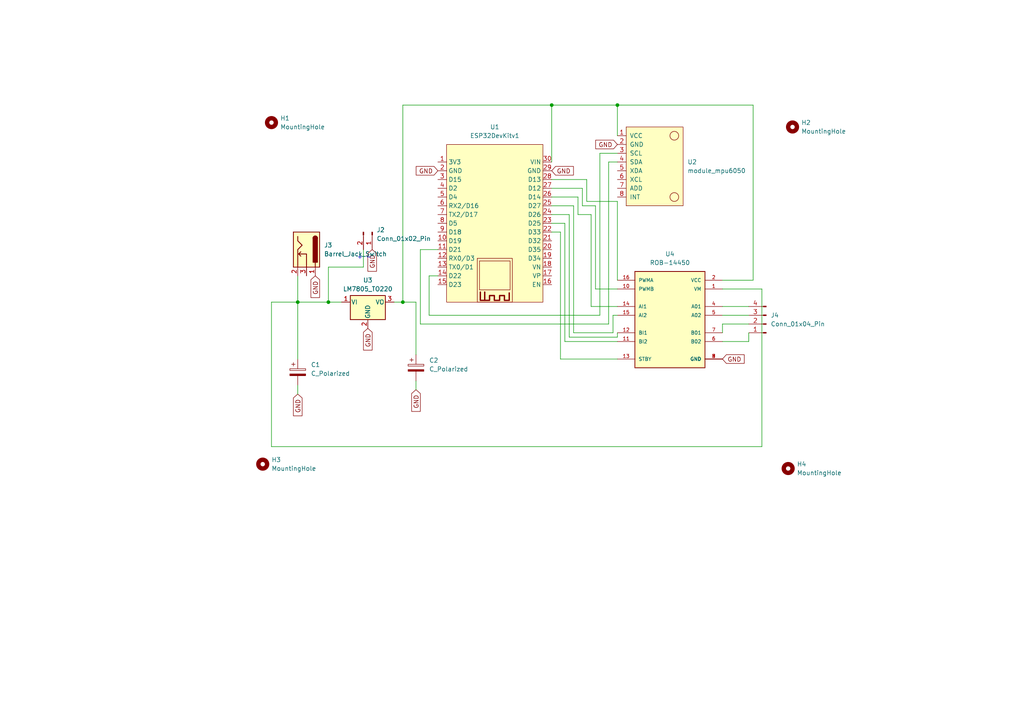
<source format=kicad_sch>
(kicad_sch (version 20250114) (generator "eeschema") (generator_version "9.0")
  (paper "A4")
  (lib_symbols
    (symbol "Connector:Barrel_Jack_Switch" (pin_names (hide yes))
      (property "Reference" "J" (at 0 5.334 0))
      (property "Value" "Barrel_Jack_Switch" (at 0 -5.08 0))
      (symbol "Barrel_Jack_Switch_0_1"
        (rectangle (start -5.08 3.81) (end 5.08 -3.81) (stroke (width 0.254)) (fill (type background)))
        (polyline (pts (xy -3.81 -2.54) (xy -2.54 -2.54) (xy -1.27 -1.27) (xy 0 -2.54) (xy 2.54 -2.54) (xy 5.08 -2.54)) (stroke (width 0.254)))
        (arc (start -3.302 1.905) (mid -3.9343 2.54) (end -3.302 3.175) (stroke (width 0.254)))
        (arc (start -3.302 1.905) (mid -3.9343 2.54) (end -3.302 3.175) (stroke (width 0.254)) (fill (type outline)))
        (polyline (pts (xy 1.27 -2.286) (xy 1.905 -1.651)) (stroke (width 0.254)))
        (rectangle (start 3.683 3.175) (end -3.302 1.905) (stroke (width 0.254)) (fill (type outline)))
        (polyline (pts (xy 5.08 2.54) (xy 3.81 2.54)) (stroke (width 0.254)))
        (polyline (pts (xy 5.08 0) (xy 1.27 0) (xy 1.27 -2.286) (xy 0.635 -1.651)) (stroke (width 0.254)))
      )
      (symbol "Barrel_Jack_Switch_1_1"
        (pin passive line (at 7.62 2.54 180) (length 2.54) (name "~") (number "1"))
        (pin passive line (at 7.62 0 180) (length 2.54) (name "~") (number "3"))
        (pin passive line (at 7.62 -2.54 180) (length 2.54) (name "~") (number "2"))
      )
    )
    (symbol "Connector:Conn_01x02_Pin" (pin_names (offset 1.016) (hide yes))
      (property "Reference" "J" (at 0 2.54 0))
      (property "Value" "Conn_01x02_Pin" (at 0 -5.08 0))
      (symbol "Conn_01x02_Pin_1_1"
        (rectangle (start 0.8636 0.127) (end 0 -0.127) (stroke (width 0.1524)) (fill (type outline)))
        (rectangle (start 0.8636 -2.413) (end 0 -2.667) (stroke (width 0.1524)) (fill (type outline)))
        (polyline (pts (xy 1.27 0) (xy 0.8636 0)) (stroke (width 0.1524)))
        (polyline (pts (xy 1.27 -2.54) (xy 0.8636 -2.54)) (stroke (width 0.1524)))
        (pin passive line (at 5.08 0 180) (length 3.81) (name "Pin_1") (number "1"))
        (pin passive line (at 5.08 -2.54 180) (length 3.81) (name "Pin_2") (number "2"))
      )
    )
    (symbol "Connector:Conn_01x04_Pin" (pin_names (offset 1.016) (hide yes))
      (property "Reference" "J" (at 0 5.08 0))
      (property "Value" "Conn_01x04_Pin" (at 0 -7.62 0))
      (symbol "Conn_01x04_Pin_1_1"
        (rectangle (start 0.8636 2.667) (end 0 2.413) (stroke (width 0.1524)) (fill (type outline)))
        (rectangle (start 0.8636 0.127) (end 0 -0.127) (stroke (width 0.1524)) (fill (type outline)))
        (rectangle (start 0.8636 -2.413) (end 0 -2.667) (stroke (width 0.1524)) (fill (type outline)))
        (rectangle (start 0.8636 -4.953) (end 0 -5.207) (stroke (width 0.1524)) (fill (type outline)))
        (polyline (pts (xy 1.27 2.54) (xy 0.8636 2.54)) (stroke (width 0.1524)))
        (polyline (pts (xy 1.27 0) (xy 0.8636 0)) (stroke (width 0.1524)))
        (polyline (pts (xy 1.27 -2.54) (xy 0.8636 -2.54)) (stroke (width 0.1524)))
        (polyline (pts (xy 1.27 -5.08) (xy 0.8636 -5.08)) (stroke (width 0.1524)))
        (pin passive line (at 5.08 2.54 180) (length 3.81) (name "Pin_1") (number "1"))
        (pin passive line (at 5.08 0 180) (length 3.81) (name "Pin_2") (number "2"))
        (pin passive line (at 5.08 -2.54 180) (length 3.81) (name "Pin_3") (number "3"))
        (pin passive line (at 5.08 -5.08 180) (length 3.81) (name "Pin_4") (number "4"))
      )
    )
    (symbol "Device:C_Polarized" (pin_numbers (hide yes)) (pin_names (offset 0.254))
      (property "Reference" "C" (at 0.635 2.54 0))
      (property "Value" "C_Polarized" (at 0.635 -2.54 0))
      (symbol "C_Polarized_0_1"
        (rectangle (start -2.286 0.508) (end 2.286 1.016))
        (polyline (pts (xy -1.778 2.286) (xy -0.762 2.286)))
        (polyline (pts (xy -1.27 2.794) (xy -1.27 1.778)))
        (rectangle (start 2.286 -0.508) (end -2.286 -1.016) (fill (type outline)))
      )
      (symbol "C_Polarized_1_1"
        (pin passive line (at 0 3.81 270) (length 2.794) (name "~") (number "1"))
        (pin passive line (at 0 -3.81 90) (length 2.794) (name "~") (number "2"))
      )
    )
    (symbol "MCE_Modulos:ESP32DevKitv1"
      (property "Reference" "U" (at -12.7 24.13 0))
      (property "Value" "ESP32DevKitv1" (at 0 -24.13 0))
      (symbol "ESP32DevKitv1_0_1"
        (polyline (pts (xy -5.08 -10.16) (xy 5.08 -10.16) (xy 5.08 -22.86) (xy -5.08 -22.86) (xy -5.08 -10.16)))
        (polyline (pts (xy -4.445 -10.922) (xy 4.445 -10.922) (xy 4.445 -19.304) (xy -4.445 -19.304) (xy -4.445 -10.922)))
      )
      (symbol "ESP32DevKitv1_1_1"
        (rectangle (start -13.97 22.86) (end 13.97 -22.86) (fill (type background)))
        (polyline (pts (xy -4.191 -19.939) (xy -4.191 -22.352) (xy -1.524 -22.352) (xy -1.524 -20.955) (xy -0.127 -20.955) (xy -0.127 -22.352) (xy 1.397 -22.352) (xy 1.397 -20.955) (xy 2.794 -20.955) (xy 2.794 -22.352) (xy 4.191 -22.352) (xy 4.191 -20.193)) (stroke (width 0.4)))
        (polyline (pts (xy -2.921 -19.939) (xy -2.921 -22.352)) (stroke (width 0.4)))
        (pin power_in line (at -16.51 17.78 0) (length 2.54) (name "3V3") (number "1"))
        (pin power_in line (at -16.51 15.24 0) (length 2.54) (name "GND") (number "2"))
        (pin bidirectional line (at -16.51 12.7 0) (length 2.54) (name "D15") (number "3"))
        (pin bidirectional line (at -16.51 10.16 0) (length 2.54) (name "D2") (number "4"))
        (pin bidirectional line (at -16.51 7.62 0) (length 2.54) (name "D4") (number "5"))
        (pin bidirectional line (at -16.51 5.08 0) (length 2.54) (name "RX2/D16") (number "6"))
        (pin bidirectional line (at -16.51 2.54 0) (length 2.54) (name "TX2/D17") (number "7"))
        (pin bidirectional line (at -16.51 0 0) (length 2.54) (name "D5") (number "8"))
        (pin bidirectional line (at -16.51 -2.54 0) (length 2.54) (name "D18") (number "9"))
        (pin bidirectional line (at -16.51 -5.08 0) (length 2.54) (name "D19") (number "10"))
        (pin bidirectional line (at -16.51 -7.62 0) (length 2.54) (name "D21") (number "11"))
        (pin bidirectional line (at -16.51 -10.16 0) (length 2.54) (name "RX0/D3") (number "12"))
        (pin bidirectional line (at -16.51 -12.7 0) (length 2.54) (name "TX0/D1") (number "13"))
        (pin bidirectional line (at -16.51 -15.24 0) (length 2.54) (name "D22") (number "14"))
        (pin bidirectional line (at -16.51 -17.78 0) (length 2.54) (name "D23") (number "15"))
        (pin power_in line (at 16.51 17.78 180) (length 2.54) (name "VIN") (number "30"))
        (pin power_in line (at 16.51 15.24 180) (length 2.54) (name "GND") (number "29"))
        (pin bidirectional line (at 16.51 12.7 180) (length 2.54) (name "D13") (number "28"))
        (pin bidirectional line (at 16.51 10.16 180) (length 2.54) (name "D12") (number "27"))
        (pin bidirectional line (at 16.51 7.62 180) (length 2.54) (name "D14") (number "26"))
        (pin bidirectional line (at 16.51 5.08 180) (length 2.54) (name "D27") (number "25"))
        (pin bidirectional line (at 16.51 2.54 180) (length 2.54) (name "D26") (number "24"))
        (pin bidirectional line (at 16.51 0 180) (length 2.54) (name "D25") (number "23"))
        (pin bidirectional line (at 16.51 -2.54 180) (length 2.54) (name "D33") (number "22"))
        (pin bidirectional line (at 16.51 -5.08 180) (length 2.54) (name "D32") (number "21"))
        (pin bidirectional line (at 16.51 -7.62 180) (length 2.54) (name "D35") (number "20"))
        (pin bidirectional line (at 16.51 -10.16 180) (length 2.54) (name "D34") (number "19"))
        (pin input line (at 16.51 -12.7 180) (length 2.54) (name "VN") (number "18"))
        (pin input line (at 16.51 -15.24 180) (length 2.54) (name "VP") (number "17"))
        (pin input line (at 16.51 -17.78 180) (length 2.54) (name "EN") (number "16"))
      )
    )
    (symbol "Mechanical:MountingHole" (pin_names (offset 1.016)) (in_bom no)
      (property "Reference" "H" (at 0 5.08 0))
      (property "Value" "MountingHole" (at 0 3.175 0))
      (symbol "MountingHole_0_1"
        (circle (center 0 0) (radius 1.27) (stroke (width 1.27)))
      )
    )
    (symbol "ROB-14450:ROB-14450" (pin_names (offset 1.016))
      (property "Reference" "U" (at -10.16 16.002 0))
      (property "Value" "ROB-14450" (at -10.16 -15.24 0))
      (symbol "ROB-14450_0_0"
        (rectangle (start -10.16 -12.7) (end 10.16 15.24) (stroke (width 0.254)) (fill (type background)))
        (pin input line (at -15.24 12.7 0) (length 5.08) (name "PWMA") (number "16"))
        (pin input line (at -15.24 10.16 0) (length 5.08) (name "PWMB") (number "10"))
        (pin input line (at -15.24 5.08 0) (length 5.08) (name "AI1") (number "14"))
        (pin input line (at -15.24 2.54 0) (length 5.08) (name "AI2") (number "15"))
        (pin input line (at -15.24 -2.54 0) (length 5.08) (name "BI1") (number "12"))
        (pin input line (at -15.24 -5.08 0) (length 5.08) (name "BI2") (number "11"))
        (pin input line (at -15.24 -10.16 0) (length 5.08) (name "STBY") (number "13"))
        (pin power_in line (at 15.24 12.7 180) (length 5.08) (name "VCC") (number "2"))
        (pin power_in line (at 15.24 10.16 180) (length 5.08) (name "VM") (number "1"))
        (pin output line (at 15.24 5.08 180) (length 5.08) (name "A01") (number "4"))
        (pin output line (at 15.24 2.54 180) (length 5.08) (name "A02") (number "5"))
        (pin output line (at 15.24 -2.54 180) (length 5.08) (name "B01") (number "7"))
        (pin output line (at 15.24 -5.08 180) (length 5.08) (name "B02") (number "6"))
        (pin power_in line (at 15.24 -10.16 180) (length 5.08) (name "GND") (number "3"))
        (pin power_in line (at 15.24 -10.16 180) (length 5.08) (name "GND") (number "8"))
        (pin power_in line (at 15.24 -10.16 180) (length 5.08) (name "GND") (number "9"))
      )
    )
    (symbol "Regulator_Linear:LM7805_TO220" (pin_names (offset 0.254))
      (property "Reference" "U" (at -3.81 3.175 0))
      (property "Value" "LM7805_TO220" (at 0 3.175 0))
      (symbol "LM7805_TO220_0_1"
        (rectangle (start -5.08 1.905) (end 5.08 -5.08) (stroke (width 0.254)) (fill (type background)))
      )
      (symbol "LM7805_TO220_1_1"
        (pin power_in line (at -7.62 0 0) (length 2.54) (name "VI") (number "1"))
        (pin power_in line (at 0 -7.62 90) (length 2.54) (name "GND") (number "2"))
        (pin power_out line (at 7.62 0 180) (length 2.54) (name "VO") (number "3"))
      )
    )
    (symbol "usini_sensors:module_mpu6050" (pin_names (offset 1.016))
      (property "Reference" "U" (at 2.54 21.59 0))
      (property "Value" "module_mpu6050" (at 11.43 -3.81 0))
      (symbol "module_mpu6050_0_1"
        (rectangle (start 2.54 20.32) (end 19.05 -2.54) (fill (type background)))
        (circle (center 16.51 17.78) (radius 1.27))
        (circle (center 16.51 0) (radius 1.27))
      )
      (symbol "module_mpu6050_1_1"
        (pin input line (at 0 17.78 0) (length 2.54) (name "VCC") (number "1"))
        (pin input line (at 0 15.24 0) (length 2.54) (name "GND") (number "2"))
        (pin input line (at 0 12.7 0) (length 2.54) (name "SCL") (number "3"))
        (pin input line (at 0 10.16 0) (length 2.54) (name "SDA") (number "4"))
        (pin input line (at 0 7.62 0) (length 2.54) (name "XDA") (number "5"))
        (pin input line (at 0 5.08 0) (length 2.54) (name "XCL") (number "6"))
        (pin input line (at 0 2.54 0) (length 2.54) (name "ADD") (number "7"))
        (pin input line (at 0 0 0) (length 2.54) (name "INT") (number "8"))
      )
    )
  )
  (text "+" (at 104.394 74.676 0) (effects (font (size 1.27 1.27))))
  (text "-" (at 106.934 74.676 0) (effects (font (size 1.27 1.27))))
  (junction (at 95.25 87.63))
  (junction (at 160.02 30.48))
  (junction (at 86.36 87.63))
  (junction (at 116.84 87.63))
  (junction (at 179.07 30.48))
  (wire (pts (xy 172.72 83.82) (xy 172.72 59.69)))
  (wire (pts (xy 209.55 81.28) (xy 218.44 81.28)))
  (wire (pts (xy 114.3 87.63) (xy 116.84 87.63)))
  (wire (pts (xy 121.92 93.98) (xy 176.53 93.98)))
  (wire (pts (xy 217.17 91.44) (xy 209.55 91.44)))
  (wire (pts (xy 179.07 99.06) (xy 163.83 99.06)))
  (wire (pts (xy 163.83 64.77) (xy 160.02 64.77)))
  (wire (pts (xy 162.56 67.31) (xy 160.02 67.31)))
  (wire (pts (xy 179.07 104.14) (xy 162.56 104.14)))
  (wire (pts (xy 170.18 58.42) (xy 170.18 52.07)))
  (wire (pts (xy 217.17 99.06) (xy 217.17 96.52)))
  (wire (pts (xy 116.84 87.63) (xy 120.65 87.63)))
  (wire (pts (xy 176.53 93.98) (xy 176.53 46.99)))
  (wire (pts (xy 86.36 104.14) (xy 86.36 87.63)))
  (wire (pts (xy 165.1 62.23) (xy 160.02 62.23)))
  (wire (pts (xy 167.64 62.23) (xy 167.64 57.15)))
  (wire (pts (xy 86.36 111.76) (xy 86.36 114.3)))
  (wire (pts (xy 220.98 129.54) (xy 78.74 129.54)))
  (wire (pts (xy 179.07 97.79) (xy 165.1 97.79)))
  (wire (pts (xy 177.8 96.52) (xy 166.37 96.52)))
  (wire (pts (xy 116.84 30.48) (xy 160.02 30.48)))
  (wire (pts (xy 86.36 80.01) (xy 86.36 87.63)))
  (wire (pts (xy 170.18 52.07) (xy 160.02 52.07)))
  (wire (pts (xy 124.46 80.01) (xy 124.46 91.44)))
  (wire (pts (xy 160.02 54.61) (xy 168.91 54.61)))
  (wire (pts (xy 218.44 30.48) (xy 179.07 30.48)))
  (wire (pts (xy 162.56 104.14) (xy 162.56 67.31)))
  (wire (pts (xy 116.84 30.48) (xy 116.84 87.63)))
  (wire (pts (xy 95.25 77.47) (xy 95.25 87.63)))
  (wire (pts (xy 165.1 97.79) (xy 165.1 62.23)))
  (wire (pts (xy 120.65 113.03) (xy 120.65 110.49)))
  (wire (pts (xy 179.07 30.48) (xy 160.02 30.48)))
  (wire (pts (xy 127 72.39) (xy 121.92 72.39)))
  (wire (pts (xy 209.55 96.52) (xy 209.55 93.98)))
  (wire (pts (xy 172.72 59.69) (xy 168.91 59.69)))
  (wire (pts (xy 177.8 91.44) (xy 177.8 96.52)))
  (wire (pts (xy 220.98 83.82) (xy 220.98 129.54)))
  (wire (pts (xy 166.37 96.52) (xy 166.37 59.69)))
  (wire (pts (xy 218.44 81.28) (xy 218.44 30.48)))
  (wire (pts (xy 78.74 87.63) (xy 86.36 87.63)))
  (wire (pts (xy 163.83 99.06) (xy 163.83 64.77)))
  (wire (pts (xy 209.55 83.82) (xy 220.98 83.82)))
  (wire (pts (xy 121.92 72.39) (xy 121.92 93.98)))
  (wire (pts (xy 95.25 87.63) (xy 99.06 87.63)))
  (wire (pts (xy 105.41 72.39) (xy 105.41 77.47)))
  (wire (pts (xy 173.99 44.45) (xy 179.07 44.45)))
  (wire (pts (xy 105.41 77.47) (xy 95.25 77.47)))
  (wire (pts (xy 168.91 59.69) (xy 168.91 54.61)))
  (wire (pts (xy 176.53 46.99) (xy 179.07 46.99)))
  (wire (pts (xy 179.07 96.52) (xy 179.07 97.79)))
  (wire (pts (xy 78.74 129.54) (xy 78.74 87.63)))
  (wire (pts (xy 179.07 39.37) (xy 179.07 30.48)))
  (wire (pts (xy 209.55 99.06) (xy 217.17 99.06)))
  (wire (pts (xy 167.64 57.15) (xy 160.02 57.15)))
  (wire (pts (xy 127 80.01) (xy 124.46 80.01)))
  (wire (pts (xy 209.55 93.98) (xy 217.17 93.98)))
  (wire (pts (xy 160.02 30.48) (xy 160.02 46.99)))
  (wire (pts (xy 179.07 91.44) (xy 177.8 91.44)))
  (wire (pts (xy 179.07 88.9) (xy 171.45 88.9)))
  (wire (pts (xy 120.65 87.63) (xy 120.65 102.87)))
  (wire (pts (xy 166.37 59.69) (xy 160.02 59.69)))
  (wire (pts (xy 179.07 83.82) (xy 172.72 83.82)))
  (wire (pts (xy 217.17 88.9) (xy 209.55 88.9)))
  (wire (pts (xy 124.46 91.44) (xy 173.99 91.44)))
  (wire (pts (xy 173.99 91.44) (xy 173.99 44.45)))
  (wire (pts (xy 179.07 58.42) (xy 170.18 58.42)))
  (wire (pts (xy 179.07 81.28) (xy 179.07 58.42)))
  (wire (pts (xy 171.45 62.23) (xy 167.64 62.23)))
  (wire (pts (xy 171.45 88.9) (xy 171.45 62.23)))
  (wire (pts (xy 86.36 87.63) (xy 95.25 87.63)))
  (global_label "GND" (shape input) (at 91.44 80.01 270) (property "Intersheetrefs" "${INTERSHEET_REFS}" (effects (hide yes))))
  (global_label "GND" (shape input) (at 106.68 95.25 270) (property "Intersheetrefs" "${INTERSHEET_REFS}" (effects (hide yes))))
  (global_label "GND" (shape input) (at 179.07 41.91 180) (property "Intersheetrefs" "${INTERSHEET_REFS}" (effects (hide yes))))
  (global_label "GND" (shape input) (at 209.55 104.14 0) (property "Intersheetrefs" "${INTERSHEET_REFS}" (effects (hide yes))))
  (global_label "GND" (shape input) (at 86.36 114.3 270) (property "Intersheetrefs" "${INTERSHEET_REFS}" (effects (hide yes))))
  (global_label "GND" (shape input) (at 107.95 72.39 270) (property "Intersheetrefs" "${INTERSHEET_REFS}" (effects (hide yes))))
  (global_label "GND" (shape input) (at 120.65 113.03 270) (property "Intersheetrefs" "${INTERSHEET_REFS}" (effects (hide yes))))
  (global_label "GND" (shape input) (at 160.02 49.53 0) (property "Intersheetrefs" "${INTERSHEET_REFS}" (effects (hide yes))))
  (global_label "GND" (shape input) (at 127 49.53 180) (property "Intersheetrefs" "${INTERSHEET_REFS}" (effects (hide yes))))
  (symbol (lib_id "usini_sensors:module_mpu6050") (at 179.07 57.15 0) (unit 1)
    (property "Reference" "U2" (at 199.39 46.9899 0) (effects (justify left)))
    (property "Value" "module_mpu6050" (at 199.39 49.5299 0) (effects (justify left)))
    (property "Footprint" "usini_sensors:module_mpu6050" (effects (hide yes)))
  )
  (symbol (lib_id "Mechanical:MountingHole") (at 76.2 134.62 0) (unit 1) (in_bom no)
    (property "Reference" "H3" (at 78.74 133.3499 0) (effects (justify left)))
    (property "Value" "MountingHole" (at 78.74 135.8899 0) (effects (justify left)))
    (property "Footprint" "MountingHole:MountingHole_3.2mm_M3" (effects (hide yes)))
    (property "Description" "Mounting Hole without connection" (effects (hide yes)))
  )
  (symbol (lib_id "Mechanical:MountingHole") (at 78.74 35.56 0) (unit 1) (in_bom no)
    (property "Reference" "H1" (at 81.28 34.2899 0) (effects (justify left)))
    (property "Value" "MountingHole" (at 81.28 36.8299 0) (effects (justify left)))
    (property "Footprint" "MountingHole:MountingHole_3.2mm_M3" (effects (hide yes)))
    (property "Description" "Mounting Hole without connection" (effects (hide yes)))
  )
  (symbol (lib_id "Device:C_Polarized") (at 120.65 106.68 0) (unit 1)
    (property "Reference" "C2" (at 124.46 104.5209 0) (effects (justify left)))
    (property "Value" "C_Polarized" (at 124.46 107.0609 0) (effects (justify left)))
    (property "Footprint" "Capacitor_THT:CP_Radial_D5.0mm_P2.50mm" (effects (hide yes)))
    (property "Description" "Polarized capacitor" (effects (hide yes)))
  )
  (symbol (lib_id "MCE_Modulos:ESP32DevKitv1") (at 143.51 64.77 0) (unit 1)
    (property "Reference" "U1" (at 143.51 36.83 0))
    (property "Value" "ESP32DevKitv1" (at 143.51 39.37 0))
    (property "Footprint" "MCE_Modulos:ESP32DevKitv1" (effects (hide yes)))
    (property "Description" "ESP32 DevKit v1" (effects (hide yes)))
  )
  (symbol (lib_id "Regulator_Linear:LM7805_TO220") (at 106.68 87.63 0) (unit 1)
    (property "Reference" "U3" (at 106.68 81.28 0))
    (property "Value" "LM7805_TO220" (at 106.68 83.82 0))
    (property "Footprint" "Package_TO_SOT_THT:TO-220-3_Vertical" (effects (hide yes)))
    (property "Datasheet" "https://www.onsemi.cn/PowerSolutions/document/MC7800-D.PDF" (effects (hide yes)))
    (property "Description" "Positive 1A 35V Linear Regulator, Fixed Output 5V, TO-220" (effects (hide yes)))
  )
  (symbol (lib_id "Connector:Barrel_Jack_Switch") (at 88.9 72.39 270) (unit 1)
    (property "Reference" "J3" (at 93.98 71.1199 90) (effects (justify left)))
    (property "Value" "Barrel_Jack_Switch" (at 93.98 73.6599 90) (effects (justify left)))
    (property "Footprint" "Connector_BarrelJack:BarrelJack_Horizontal" (effects (hide yes)))
    (property "Description" "DC Barrel Jack with an internal switch" (effects (hide yes)))
  )
  (symbol (lib_id "Connector:Conn_01x02_Pin") (at 107.95 67.31 270) (unit 1)
    (property "Reference" "J2" (at 109.22 66.6749 90) (effects (justify left)))
    (property "Value" "Conn_01x02_Pin" (at 109.22 69.2149 90) (effects (justify left)))
    (property "Footprint" "Connector_JST:JST_EH_B2B-EH-A_1x02_P2.50mm_Vertical" (effects (hide yes)))
    (property "Description" "Generic connector, single row, 01x02, script generated" (effects (hide yes)))
  )
  (symbol (lib_id "Mechanical:MountingHole") (at 228.6 135.89 0) (unit 1) (in_bom no)
    (property "Reference" "H4" (at 231.14 134.6199 0) (effects (justify left)))
    (property "Value" "MountingHole" (at 231.14 137.1599 0) (effects (justify left)))
    (property "Footprint" "MountingHole:MountingHole_3.2mm_M3" (effects (hide yes)))
    (property "Description" "Mounting Hole without connection" (effects (hide yes)))
  )
  (symbol (lib_id "ROB-14450:ROB-14450") (at 194.31 93.98 0) (unit 1)
    (property "Reference" "U4" (at 194.31 73.66 0))
    (property "Value" "ROB-14450" (at 194.31 76.2 0))
    (property "Footprint" "ROB-14450:MODULE_ROB-14450" (effects (hide yes)))
    (property "MF" "SparkFun Electronics" (effects (hide yes)))
    (property "Description_1" "TB6612FNG - Motor Controller/Driver Power Management Evaluation Board" (effects (hide yes)))
    (property "Package" "None" (effects (hide yes)))
    (property "Price" "None" (effects (hide yes)))
    (property "Check_prices" "https://www.snapeda.com/parts/ROB-14450/SparkFun/view-part/?ref=eda" (effects (hide yes)))
    (property "STANDARD" "Manufacturer Recommendation" (effects (hide yes)))
    (property "PARTREV" "11-13-17" (effects (hide yes)))
    (property "SnapEDA_Link" "https://www.snapeda.com/parts/ROB-14450/SparkFun/view-part/?ref=snap" (effects (hide yes)))
    (property "MP" "ROB-14450" (effects (hide yes)))
    (property "Availability" "In Stock" (effects (hide yes)))
    (property "MANUFACTURER" "Sparkfun Electronics" (effects (hide yes)))
  )
  (symbol (lib_id "Mechanical:MountingHole") (at 229.87 36.83 0) (unit 1) (in_bom no)
    (property "Reference" "H2" (at 232.41 35.5599 0) (effects (justify left)))
    (property "Value" "MountingHole" (at 232.41 38.0999 0) (effects (justify left)))
    (property "Footprint" "MountingHole:MountingHole_3.2mm_M3" (effects (hide yes)))
    (property "Description" "Mounting Hole without connection" (effects (hide yes)))
  )
  (symbol (lib_id "Connector:Conn_01x04_Pin") (at 222.25 93.98 180) (unit 1)
    (property "Reference" "J4" (at 223.52 91.4399 0) (effects (justify right)))
    (property "Value" "Conn_01x04_Pin" (at 223.52 93.9799 0) (effects (justify right)))
    (property "Footprint" "Connector_PinHeader_2.54mm:PinHeader_1x04_P2.54mm_Vertical" (effects (hide yes)))
    (property "Description" "Generic connector, single row, 01x04, script generated" (effects (hide yes)))
  )
  (symbol (lib_id "Device:C_Polarized") (at 86.36 107.95 0) (unit 1)
    (property "Reference" "C1" (at 90.17 105.7909 0) (effects (justify left)))
    (property "Value" "C_Polarized" (at 90.17 108.3309 0) (effects (justify left)))
    (property "Footprint" "Capacitor_THT:CP_Radial_D5.0mm_P2.50mm" (effects (hide yes)))
    (property "Description" "Polarized capacitor" (effects (hide yes)))
  )
)
</source>
